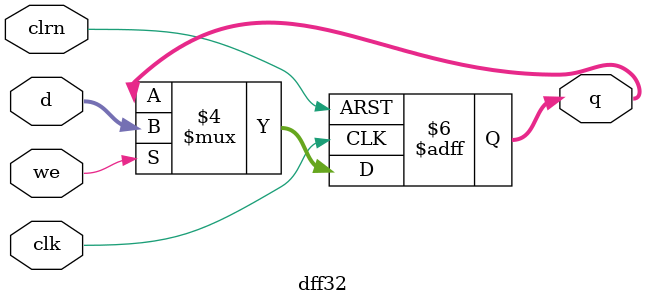
<source format=v>
`timescale 1ns / 1ps
module dff32(d,clk,clrn,q,we
	);
	input we;
	input [31:0] d;
	input clk,clrn;
	output [31:0] q;
	reg [31:0] q;
	always @ (negedge clrn or posedge clk)
	if(clrn==0)
	begin
		q<=0;
	end
	else if(we==1)//we写使能等于0不变，为1送npc	
	begin		      
		q<=d;
	end	 
endmodule

</source>
